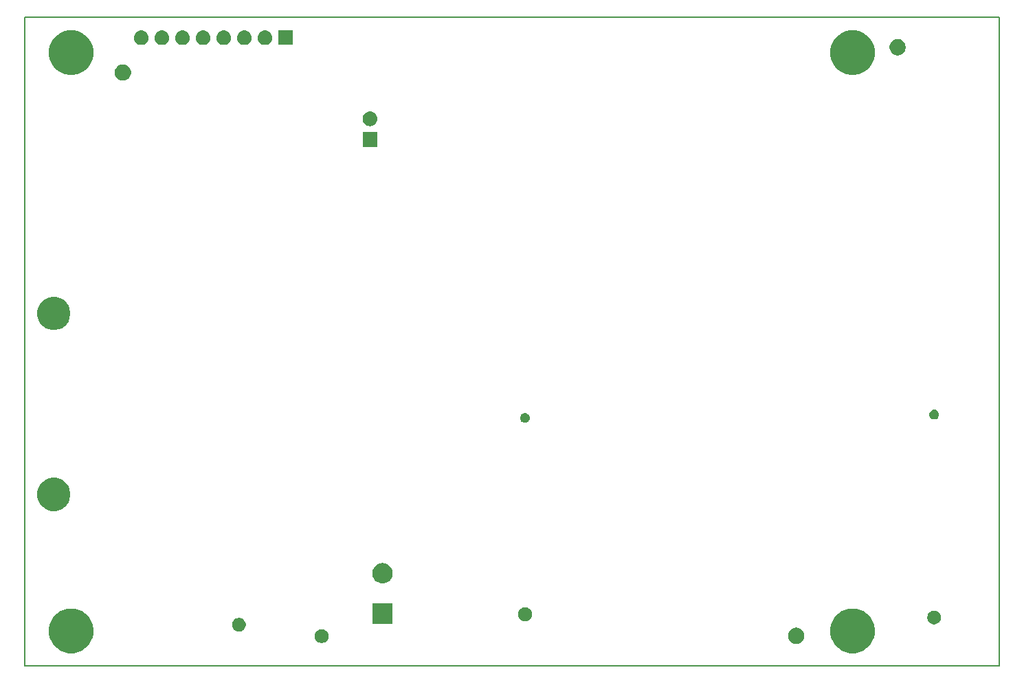
<source format=gbs>
G04 #@! TF.GenerationSoftware,KiCad,Pcbnew,5.0.1-33cea8e~68~ubuntu16.04.1*
G04 #@! TF.CreationDate,2018-11-15T13:10:25-03:00*
G04 #@! TF.ProjectId,TrackerAVL,547261636B657241564C2E6B69636164,1.1*
G04 #@! TF.SameCoordinates,Original*
G04 #@! TF.FileFunction,Soldermask,Bot*
G04 #@! TF.FilePolarity,Negative*
%FSLAX46Y46*%
G04 Gerber Fmt 4.6, Leading zero omitted, Abs format (unit mm)*
G04 Created by KiCad (PCBNEW 5.0.1-33cea8e~68~ubuntu16.04.1) date jue 15 nov 2018 13:10:25 -03*
%MOMM*%
%LPD*%
G01*
G04 APERTURE LIST*
%ADD10C,0.150000*%
%ADD11C,0.100000*%
G04 APERTURE END LIST*
D10*
X154750000Y-126750000D02*
X154750000Y-46750000D01*
X34750000Y-126750000D02*
X154750000Y-126750000D01*
X34750000Y-46750000D02*
X34750000Y-126750000D01*
X34750000Y-46750000D02*
X154750000Y-46750000D01*
D11*
G36*
X40921969Y-119688985D02*
X41252437Y-119754719D01*
X41753087Y-119962095D01*
X42120389Y-120207519D01*
X42203663Y-120263161D01*
X42586839Y-120646337D01*
X42586841Y-120646340D01*
X42887905Y-121096913D01*
X43095281Y-121597563D01*
X43122383Y-121733816D01*
X43201000Y-122129049D01*
X43201000Y-122670951D01*
X43193568Y-122708314D01*
X43095281Y-123202437D01*
X42887905Y-123703087D01*
X42588871Y-124150622D01*
X42586839Y-124153663D01*
X42203663Y-124536839D01*
X42203660Y-124536841D01*
X41753087Y-124837905D01*
X41252437Y-125045281D01*
X40986693Y-125098141D01*
X40720951Y-125151000D01*
X40179049Y-125151000D01*
X39913307Y-125098141D01*
X39647563Y-125045281D01*
X39146913Y-124837905D01*
X38696340Y-124536841D01*
X38696337Y-124536839D01*
X38313161Y-124153663D01*
X38311129Y-124150622D01*
X38012095Y-123703087D01*
X37804719Y-123202437D01*
X37706432Y-122708314D01*
X37699000Y-122670951D01*
X37699000Y-122129049D01*
X37777617Y-121733816D01*
X37804719Y-121597563D01*
X38012095Y-121096913D01*
X38313159Y-120646340D01*
X38313161Y-120646337D01*
X38696337Y-120263161D01*
X38779611Y-120207519D01*
X39146913Y-119962095D01*
X39647563Y-119754719D01*
X39978031Y-119688985D01*
X40179049Y-119649000D01*
X40720951Y-119649000D01*
X40921969Y-119688985D01*
X40921969Y-119688985D01*
G37*
G36*
X137171969Y-119688985D02*
X137502437Y-119754719D01*
X138003087Y-119962095D01*
X138370389Y-120207519D01*
X138453663Y-120263161D01*
X138836839Y-120646337D01*
X138836841Y-120646340D01*
X139137905Y-121096913D01*
X139345281Y-121597563D01*
X139372383Y-121733816D01*
X139451000Y-122129049D01*
X139451000Y-122670951D01*
X139443568Y-122708314D01*
X139345281Y-123202437D01*
X139137905Y-123703087D01*
X138838871Y-124150622D01*
X138836839Y-124153663D01*
X138453663Y-124536839D01*
X138453660Y-124536841D01*
X138003087Y-124837905D01*
X137502437Y-125045281D01*
X137236693Y-125098141D01*
X136970951Y-125151000D01*
X136429049Y-125151000D01*
X136163307Y-125098141D01*
X135897563Y-125045281D01*
X135396913Y-124837905D01*
X134946340Y-124536841D01*
X134946337Y-124536839D01*
X134563161Y-124153663D01*
X134561129Y-124150622D01*
X134262095Y-123703087D01*
X134054719Y-123202437D01*
X133956432Y-122708314D01*
X133949000Y-122670951D01*
X133949000Y-122129049D01*
X134027617Y-121733816D01*
X134054719Y-121597563D01*
X134262095Y-121096913D01*
X134563159Y-120646340D01*
X134563161Y-120646337D01*
X134946337Y-120263161D01*
X135029611Y-120207519D01*
X135396913Y-119962095D01*
X135897563Y-119754719D01*
X136228031Y-119688985D01*
X136429049Y-119649000D01*
X136970951Y-119649000D01*
X137171969Y-119688985D01*
X137171969Y-119688985D01*
G37*
G36*
X129925770Y-122015372D02*
X130041689Y-122038429D01*
X130223678Y-122113811D01*
X130387463Y-122223249D01*
X130526751Y-122362537D01*
X130636189Y-122526322D01*
X130711571Y-122708311D01*
X130750000Y-122901509D01*
X130750000Y-123098491D01*
X130711571Y-123291689D01*
X130636189Y-123473678D01*
X130526751Y-123637463D01*
X130387463Y-123776751D01*
X130223678Y-123886189D01*
X130041689Y-123961571D01*
X129925770Y-123984628D01*
X129848493Y-124000000D01*
X129651507Y-124000000D01*
X129574230Y-123984628D01*
X129458311Y-123961571D01*
X129276322Y-123886189D01*
X129112537Y-123776751D01*
X128973249Y-123637463D01*
X128863811Y-123473678D01*
X128788429Y-123291689D01*
X128750000Y-123098491D01*
X128750000Y-122901509D01*
X128788429Y-122708311D01*
X128863811Y-122526322D01*
X128973249Y-122362537D01*
X129112537Y-122223249D01*
X129276322Y-122113811D01*
X129458311Y-122038429D01*
X129574230Y-122015372D01*
X129651507Y-122000000D01*
X129848493Y-122000000D01*
X129925770Y-122015372D01*
X129925770Y-122015372D01*
G37*
G36*
X71548228Y-122231703D02*
X71703100Y-122295853D01*
X71842481Y-122388985D01*
X71961015Y-122507519D01*
X72054147Y-122646900D01*
X72118297Y-122801772D01*
X72151000Y-122966184D01*
X72151000Y-123133816D01*
X72118297Y-123298228D01*
X72054147Y-123453100D01*
X71961015Y-123592481D01*
X71842481Y-123711015D01*
X71703100Y-123804147D01*
X71548228Y-123868297D01*
X71383816Y-123901000D01*
X71216184Y-123901000D01*
X71051772Y-123868297D01*
X70896900Y-123804147D01*
X70757519Y-123711015D01*
X70638985Y-123592481D01*
X70545853Y-123453100D01*
X70481703Y-123298228D01*
X70449000Y-123133816D01*
X70449000Y-122966184D01*
X70481703Y-122801772D01*
X70545853Y-122646900D01*
X70638985Y-122507519D01*
X70757519Y-122388985D01*
X70896900Y-122295853D01*
X71051772Y-122231703D01*
X71216184Y-122199000D01*
X71383816Y-122199000D01*
X71548228Y-122231703D01*
X71548228Y-122231703D01*
G37*
G36*
X61348228Y-120831703D02*
X61503100Y-120895853D01*
X61642481Y-120988985D01*
X61761015Y-121107519D01*
X61854147Y-121246900D01*
X61918297Y-121401772D01*
X61951000Y-121566184D01*
X61951000Y-121733816D01*
X61918297Y-121898228D01*
X61854147Y-122053100D01*
X61761015Y-122192481D01*
X61642481Y-122311015D01*
X61503100Y-122404147D01*
X61348228Y-122468297D01*
X61183816Y-122501000D01*
X61016184Y-122501000D01*
X60851772Y-122468297D01*
X60696900Y-122404147D01*
X60557519Y-122311015D01*
X60438985Y-122192481D01*
X60345853Y-122053100D01*
X60281703Y-121898228D01*
X60249000Y-121733816D01*
X60249000Y-121566184D01*
X60281703Y-121401772D01*
X60345853Y-121246900D01*
X60438985Y-121107519D01*
X60557519Y-120988985D01*
X60696900Y-120895853D01*
X60851772Y-120831703D01*
X61016184Y-120799000D01*
X61183816Y-120799000D01*
X61348228Y-120831703D01*
X61348228Y-120831703D01*
G37*
G36*
X146998228Y-119931703D02*
X147153100Y-119995853D01*
X147292481Y-120088985D01*
X147411015Y-120207519D01*
X147504147Y-120346900D01*
X147568297Y-120501772D01*
X147601000Y-120666184D01*
X147601000Y-120833816D01*
X147568297Y-120998228D01*
X147504147Y-121153100D01*
X147411015Y-121292481D01*
X147292481Y-121411015D01*
X147153100Y-121504147D01*
X146998228Y-121568297D01*
X146833816Y-121601000D01*
X146666184Y-121601000D01*
X146501772Y-121568297D01*
X146346900Y-121504147D01*
X146207519Y-121411015D01*
X146088985Y-121292481D01*
X145995853Y-121153100D01*
X145931703Y-120998228D01*
X145899000Y-120833816D01*
X145899000Y-120666184D01*
X145931703Y-120501772D01*
X145995853Y-120346900D01*
X146088985Y-120207519D01*
X146207519Y-120088985D01*
X146346900Y-119995853D01*
X146501772Y-119931703D01*
X146666184Y-119899000D01*
X146833816Y-119899000D01*
X146998228Y-119931703D01*
X146998228Y-119931703D01*
G37*
G36*
X80051000Y-121551000D02*
X77549000Y-121551000D01*
X77549000Y-119049000D01*
X80051000Y-119049000D01*
X80051000Y-121551000D01*
X80051000Y-121551000D01*
G37*
G36*
X96598228Y-119531703D02*
X96753100Y-119595853D01*
X96892481Y-119688985D01*
X97011015Y-119807519D01*
X97104147Y-119946900D01*
X97168297Y-120101772D01*
X97201000Y-120266184D01*
X97201000Y-120433816D01*
X97168297Y-120598228D01*
X97104147Y-120753100D01*
X97011015Y-120892481D01*
X96892481Y-121011015D01*
X96753100Y-121104147D01*
X96598228Y-121168297D01*
X96433816Y-121201000D01*
X96266184Y-121201000D01*
X96101772Y-121168297D01*
X95946900Y-121104147D01*
X95807519Y-121011015D01*
X95688985Y-120892481D01*
X95595853Y-120753100D01*
X95531703Y-120598228D01*
X95499000Y-120433816D01*
X95499000Y-120266184D01*
X95531703Y-120101772D01*
X95595853Y-119946900D01*
X95688985Y-119807519D01*
X95807519Y-119688985D01*
X95946900Y-119595853D01*
X96101772Y-119531703D01*
X96266184Y-119499000D01*
X96433816Y-119499000D01*
X96598228Y-119531703D01*
X96598228Y-119531703D01*
G37*
G36*
X78983636Y-114061019D02*
X79164903Y-114097075D01*
X79392571Y-114191378D01*
X79596542Y-114327668D01*
X79597469Y-114328287D01*
X79771713Y-114502531D01*
X79771715Y-114502534D01*
X79908622Y-114707429D01*
X80002925Y-114935097D01*
X80051000Y-115176787D01*
X80051000Y-115423213D01*
X80002925Y-115664903D01*
X79908622Y-115892571D01*
X79772332Y-116096542D01*
X79771713Y-116097469D01*
X79597469Y-116271713D01*
X79597466Y-116271715D01*
X79392571Y-116408622D01*
X79164903Y-116502925D01*
X78983635Y-116538981D01*
X78923214Y-116551000D01*
X78676786Y-116551000D01*
X78616365Y-116538981D01*
X78435097Y-116502925D01*
X78207429Y-116408622D01*
X78002534Y-116271715D01*
X78002531Y-116271713D01*
X77828287Y-116097469D01*
X77827668Y-116096542D01*
X77691378Y-115892571D01*
X77597075Y-115664903D01*
X77549000Y-115423213D01*
X77549000Y-115176787D01*
X77597075Y-114935097D01*
X77691378Y-114707429D01*
X77828285Y-114502534D01*
X77828287Y-114502531D01*
X78002531Y-114328287D01*
X78003458Y-114327668D01*
X78207429Y-114191378D01*
X78435097Y-114097075D01*
X78616364Y-114061019D01*
X78676786Y-114049000D01*
X78923214Y-114049000D01*
X78983636Y-114061019D01*
X78983636Y-114061019D01*
G37*
G36*
X38883252Y-103612818D02*
X38883254Y-103612819D01*
X38883255Y-103612819D01*
X39256513Y-103767427D01*
X39256514Y-103767428D01*
X39592439Y-103991886D01*
X39878114Y-104277561D01*
X39878116Y-104277564D01*
X40102573Y-104613487D01*
X40257181Y-104986745D01*
X40336000Y-105382994D01*
X40336000Y-105787006D01*
X40257181Y-106183255D01*
X40102573Y-106556513D01*
X40102572Y-106556514D01*
X39878114Y-106892439D01*
X39592439Y-107178114D01*
X39592436Y-107178116D01*
X39256513Y-107402573D01*
X38883255Y-107557181D01*
X38883254Y-107557181D01*
X38883252Y-107557182D01*
X38487007Y-107636000D01*
X38082993Y-107636000D01*
X37686748Y-107557182D01*
X37686746Y-107557181D01*
X37686745Y-107557181D01*
X37313487Y-107402573D01*
X36977564Y-107178116D01*
X36977561Y-107178114D01*
X36691886Y-106892439D01*
X36467428Y-106556514D01*
X36467427Y-106556513D01*
X36312819Y-106183255D01*
X36234000Y-105787006D01*
X36234000Y-105382994D01*
X36312819Y-104986745D01*
X36467427Y-104613487D01*
X36691884Y-104277564D01*
X36691886Y-104277561D01*
X36977561Y-103991886D01*
X37313486Y-103767428D01*
X37313487Y-103767427D01*
X37686745Y-103612819D01*
X37686746Y-103612819D01*
X37686748Y-103612818D01*
X38082993Y-103534000D01*
X38487007Y-103534000D01*
X38883252Y-103612818D01*
X38883252Y-103612818D01*
G37*
G36*
X96525305Y-95572096D02*
X96634680Y-95617400D01*
X96733118Y-95683175D01*
X96816825Y-95766882D01*
X96882600Y-95865320D01*
X96927904Y-95974695D01*
X96951000Y-96090806D01*
X96951000Y-96209194D01*
X96927904Y-96325305D01*
X96882600Y-96434680D01*
X96816825Y-96533118D01*
X96733118Y-96616825D01*
X96634680Y-96682600D01*
X96525305Y-96727904D01*
X96409194Y-96751000D01*
X96290806Y-96751000D01*
X96174695Y-96727904D01*
X96065320Y-96682600D01*
X95966882Y-96616825D01*
X95883175Y-96533118D01*
X95817400Y-96434680D01*
X95772096Y-96325305D01*
X95749000Y-96209194D01*
X95749000Y-96090806D01*
X95772096Y-95974695D01*
X95817400Y-95865320D01*
X95883175Y-95766882D01*
X95966882Y-95683175D01*
X96065320Y-95617400D01*
X96174695Y-95572096D01*
X96290806Y-95549000D01*
X96409194Y-95549000D01*
X96525305Y-95572096D01*
X96525305Y-95572096D01*
G37*
G36*
X146925305Y-95172096D02*
X147034680Y-95217400D01*
X147133118Y-95283175D01*
X147216825Y-95366882D01*
X147282600Y-95465320D01*
X147327904Y-95574695D01*
X147351000Y-95690806D01*
X147351000Y-95809194D01*
X147327904Y-95925305D01*
X147282600Y-96034680D01*
X147216825Y-96133118D01*
X147133118Y-96216825D01*
X147034680Y-96282600D01*
X146925305Y-96327904D01*
X146809194Y-96351000D01*
X146690806Y-96351000D01*
X146574695Y-96327904D01*
X146465320Y-96282600D01*
X146366882Y-96216825D01*
X146283175Y-96133118D01*
X146217400Y-96034680D01*
X146172096Y-95925305D01*
X146149000Y-95809194D01*
X146149000Y-95690806D01*
X146172096Y-95574695D01*
X146217400Y-95465320D01*
X146283175Y-95366882D01*
X146366882Y-95283175D01*
X146465320Y-95217400D01*
X146574695Y-95172096D01*
X146690806Y-95149000D01*
X146809194Y-95149000D01*
X146925305Y-95172096D01*
X146925305Y-95172096D01*
G37*
G36*
X38883252Y-81312818D02*
X38883254Y-81312819D01*
X38883255Y-81312819D01*
X39256513Y-81467427D01*
X39256514Y-81467428D01*
X39592439Y-81691886D01*
X39878114Y-81977561D01*
X39878116Y-81977564D01*
X40102573Y-82313487D01*
X40257181Y-82686745D01*
X40336000Y-83082994D01*
X40336000Y-83487006D01*
X40257181Y-83883255D01*
X40102573Y-84256513D01*
X40102572Y-84256514D01*
X39878114Y-84592439D01*
X39592439Y-84878114D01*
X39592436Y-84878116D01*
X39256513Y-85102573D01*
X38883255Y-85257181D01*
X38883254Y-85257181D01*
X38883252Y-85257182D01*
X38487007Y-85336000D01*
X38082993Y-85336000D01*
X37686748Y-85257182D01*
X37686746Y-85257181D01*
X37686745Y-85257181D01*
X37313487Y-85102573D01*
X36977564Y-84878116D01*
X36977561Y-84878114D01*
X36691886Y-84592439D01*
X36467428Y-84256514D01*
X36467427Y-84256513D01*
X36312819Y-83883255D01*
X36234000Y-83487006D01*
X36234000Y-83082994D01*
X36312819Y-82686745D01*
X36467427Y-82313487D01*
X36691884Y-81977564D01*
X36691886Y-81977561D01*
X36977561Y-81691886D01*
X37313486Y-81467428D01*
X37313487Y-81467427D01*
X37686745Y-81312819D01*
X37686746Y-81312819D01*
X37686748Y-81312818D01*
X38082993Y-81234000D01*
X38487007Y-81234000D01*
X38883252Y-81312818D01*
X38883252Y-81312818D01*
G37*
G36*
X78151000Y-62751000D02*
X76349000Y-62751000D01*
X76349000Y-60949000D01*
X78151000Y-60949000D01*
X78151000Y-62751000D01*
X78151000Y-62751000D01*
G37*
G36*
X77360443Y-58415519D02*
X77426627Y-58422037D01*
X77539853Y-58456384D01*
X77596467Y-58473557D01*
X77735087Y-58547652D01*
X77752991Y-58557222D01*
X77788729Y-58586552D01*
X77890186Y-58669814D01*
X77973448Y-58771271D01*
X78002778Y-58807009D01*
X78002779Y-58807011D01*
X78086443Y-58963533D01*
X78086443Y-58963534D01*
X78137963Y-59133373D01*
X78155359Y-59310000D01*
X78137963Y-59486627D01*
X78103616Y-59599853D01*
X78086443Y-59656467D01*
X78012348Y-59795087D01*
X78002778Y-59812991D01*
X77973448Y-59848729D01*
X77890186Y-59950186D01*
X77788729Y-60033448D01*
X77752991Y-60062778D01*
X77752989Y-60062779D01*
X77596467Y-60146443D01*
X77539853Y-60163616D01*
X77426627Y-60197963D01*
X77360442Y-60204482D01*
X77294260Y-60211000D01*
X77205740Y-60211000D01*
X77139558Y-60204482D01*
X77073373Y-60197963D01*
X76960147Y-60163616D01*
X76903533Y-60146443D01*
X76747011Y-60062779D01*
X76747009Y-60062778D01*
X76711271Y-60033448D01*
X76609814Y-59950186D01*
X76526552Y-59848729D01*
X76497222Y-59812991D01*
X76487652Y-59795087D01*
X76413557Y-59656467D01*
X76396384Y-59599853D01*
X76362037Y-59486627D01*
X76344641Y-59310000D01*
X76362037Y-59133373D01*
X76413557Y-58963534D01*
X76413557Y-58963533D01*
X76497221Y-58807011D01*
X76497222Y-58807009D01*
X76526552Y-58771271D01*
X76609814Y-58669814D01*
X76711271Y-58586552D01*
X76747009Y-58557222D01*
X76764913Y-58547652D01*
X76903533Y-58473557D01*
X76960147Y-58456384D01*
X77073373Y-58422037D01*
X77139557Y-58415519D01*
X77205740Y-58409000D01*
X77294260Y-58409000D01*
X77360443Y-58415519D01*
X77360443Y-58415519D01*
G37*
G36*
X46975770Y-52615372D02*
X47091689Y-52638429D01*
X47273678Y-52713811D01*
X47437463Y-52823249D01*
X47576751Y-52962537D01*
X47686189Y-53126322D01*
X47761571Y-53308311D01*
X47800000Y-53501509D01*
X47800000Y-53698491D01*
X47761571Y-53891689D01*
X47686189Y-54073678D01*
X47576751Y-54237463D01*
X47437463Y-54376751D01*
X47273678Y-54486189D01*
X47091689Y-54561571D01*
X46975770Y-54584628D01*
X46898493Y-54600000D01*
X46701507Y-54600000D01*
X46624230Y-54584628D01*
X46508311Y-54561571D01*
X46326322Y-54486189D01*
X46162537Y-54376751D01*
X46023249Y-54237463D01*
X45913811Y-54073678D01*
X45838429Y-53891689D01*
X45800000Y-53698491D01*
X45800000Y-53501509D01*
X45838429Y-53308311D01*
X45913811Y-53126322D01*
X46023249Y-52962537D01*
X46162537Y-52823249D01*
X46326322Y-52713811D01*
X46508311Y-52638429D01*
X46624230Y-52615372D01*
X46701507Y-52600000D01*
X46898493Y-52600000D01*
X46975770Y-52615372D01*
X46975770Y-52615372D01*
G37*
G36*
X137036492Y-48412037D02*
X137502437Y-48504719D01*
X138003087Y-48712095D01*
X138364425Y-48953534D01*
X138453663Y-49013161D01*
X138836839Y-49396337D01*
X138836841Y-49396340D01*
X139137905Y-49846913D01*
X139345281Y-50347563D01*
X139451000Y-50879050D01*
X139451000Y-51420950D01*
X139345281Y-51952437D01*
X139137905Y-52453087D01*
X139014063Y-52638429D01*
X138836839Y-52903663D01*
X138453663Y-53286839D01*
X138453660Y-53286841D01*
X138003087Y-53587905D01*
X137502437Y-53795281D01*
X137236693Y-53848141D01*
X136970951Y-53901000D01*
X136429049Y-53901000D01*
X136163307Y-53848141D01*
X135897563Y-53795281D01*
X135396913Y-53587905D01*
X134946340Y-53286841D01*
X134946337Y-53286839D01*
X134563161Y-52903663D01*
X134385937Y-52638429D01*
X134262095Y-52453087D01*
X134054719Y-51952437D01*
X133949000Y-51420950D01*
X133949000Y-50879050D01*
X134054719Y-50347563D01*
X134262095Y-49846913D01*
X134563159Y-49396340D01*
X134563161Y-49396337D01*
X134946337Y-49013161D01*
X135035575Y-48953534D01*
X135396913Y-48712095D01*
X135897563Y-48504719D01*
X136363508Y-48412037D01*
X136429049Y-48399000D01*
X136970951Y-48399000D01*
X137036492Y-48412037D01*
X137036492Y-48412037D01*
G37*
G36*
X40786492Y-48412037D02*
X41252437Y-48504719D01*
X41753087Y-48712095D01*
X42114425Y-48953534D01*
X42203663Y-49013161D01*
X42586839Y-49396337D01*
X42586841Y-49396340D01*
X42887905Y-49846913D01*
X43095281Y-50347563D01*
X43201000Y-50879050D01*
X43201000Y-51420950D01*
X43095281Y-51952437D01*
X42887905Y-52453087D01*
X42764063Y-52638429D01*
X42586839Y-52903663D01*
X42203663Y-53286839D01*
X42203660Y-53286841D01*
X41753087Y-53587905D01*
X41252437Y-53795281D01*
X40986693Y-53848141D01*
X40720951Y-53901000D01*
X40179049Y-53901000D01*
X39913307Y-53848141D01*
X39647563Y-53795281D01*
X39146913Y-53587905D01*
X38696340Y-53286841D01*
X38696337Y-53286839D01*
X38313161Y-52903663D01*
X38135937Y-52638429D01*
X38012095Y-52453087D01*
X37804719Y-51952437D01*
X37699000Y-51420950D01*
X37699000Y-50879050D01*
X37804719Y-50347563D01*
X38012095Y-49846913D01*
X38313159Y-49396340D01*
X38313161Y-49396337D01*
X38696337Y-49013161D01*
X38785575Y-48953534D01*
X39146913Y-48712095D01*
X39647563Y-48504719D01*
X40113508Y-48412037D01*
X40179049Y-48399000D01*
X40720951Y-48399000D01*
X40786492Y-48412037D01*
X40786492Y-48412037D01*
G37*
G36*
X142425770Y-49515372D02*
X142541689Y-49538429D01*
X142723678Y-49613811D01*
X142887463Y-49723249D01*
X143026751Y-49862537D01*
X143136189Y-50026322D01*
X143211571Y-50208311D01*
X143250000Y-50401509D01*
X143250000Y-50598491D01*
X143211571Y-50791689D01*
X143136189Y-50973678D01*
X143026751Y-51137463D01*
X142887463Y-51276751D01*
X142723678Y-51386189D01*
X142541689Y-51461571D01*
X142425770Y-51484628D01*
X142348493Y-51500000D01*
X142151507Y-51500000D01*
X142074230Y-51484628D01*
X141958311Y-51461571D01*
X141776322Y-51386189D01*
X141612537Y-51276751D01*
X141473249Y-51137463D01*
X141363811Y-50973678D01*
X141288429Y-50791689D01*
X141250000Y-50598491D01*
X141250000Y-50401509D01*
X141288429Y-50208311D01*
X141363811Y-50026322D01*
X141473249Y-49862537D01*
X141612537Y-49723249D01*
X141776322Y-49613811D01*
X141958311Y-49538429D01*
X142074230Y-49515372D01*
X142151507Y-49500000D01*
X142348493Y-49500000D01*
X142425770Y-49515372D01*
X142425770Y-49515372D01*
G37*
G36*
X54260443Y-48405519D02*
X54326627Y-48412037D01*
X54439853Y-48446384D01*
X54496467Y-48463557D01*
X54635087Y-48537652D01*
X54652991Y-48547222D01*
X54688729Y-48576552D01*
X54790186Y-48659814D01*
X54873448Y-48761271D01*
X54902778Y-48797009D01*
X54902779Y-48797011D01*
X54986443Y-48953533D01*
X54986443Y-48953534D01*
X55037963Y-49123373D01*
X55055359Y-49300000D01*
X55037963Y-49476627D01*
X55003616Y-49589853D01*
X54986443Y-49646467D01*
X54945399Y-49723253D01*
X54902778Y-49802991D01*
X54873448Y-49838729D01*
X54790186Y-49940186D01*
X54688729Y-50023448D01*
X54652991Y-50052778D01*
X54652989Y-50052779D01*
X54496467Y-50136443D01*
X54439853Y-50153616D01*
X54326627Y-50187963D01*
X54260442Y-50194482D01*
X54194260Y-50201000D01*
X54105740Y-50201000D01*
X54039558Y-50194482D01*
X53973373Y-50187963D01*
X53860147Y-50153616D01*
X53803533Y-50136443D01*
X53647011Y-50052779D01*
X53647009Y-50052778D01*
X53611271Y-50023448D01*
X53509814Y-49940186D01*
X53426552Y-49838729D01*
X53397222Y-49802991D01*
X53354601Y-49723253D01*
X53313557Y-49646467D01*
X53296384Y-49589853D01*
X53262037Y-49476627D01*
X53244641Y-49300000D01*
X53262037Y-49123373D01*
X53313557Y-48953534D01*
X53313557Y-48953533D01*
X53397221Y-48797011D01*
X53397222Y-48797009D01*
X53426552Y-48761271D01*
X53509814Y-48659814D01*
X53611271Y-48576552D01*
X53647009Y-48547222D01*
X53664913Y-48537652D01*
X53803533Y-48463557D01*
X53860147Y-48446384D01*
X53973373Y-48412037D01*
X54039557Y-48405519D01*
X54105740Y-48399000D01*
X54194260Y-48399000D01*
X54260443Y-48405519D01*
X54260443Y-48405519D01*
G37*
G36*
X67751000Y-50201000D02*
X65949000Y-50201000D01*
X65949000Y-48399000D01*
X67751000Y-48399000D01*
X67751000Y-50201000D01*
X67751000Y-50201000D01*
G37*
G36*
X64420443Y-48405519D02*
X64486627Y-48412037D01*
X64599853Y-48446384D01*
X64656467Y-48463557D01*
X64795087Y-48537652D01*
X64812991Y-48547222D01*
X64848729Y-48576552D01*
X64950186Y-48659814D01*
X65033448Y-48761271D01*
X65062778Y-48797009D01*
X65062779Y-48797011D01*
X65146443Y-48953533D01*
X65146443Y-48953534D01*
X65197963Y-49123373D01*
X65215359Y-49300000D01*
X65197963Y-49476627D01*
X65163616Y-49589853D01*
X65146443Y-49646467D01*
X65105399Y-49723253D01*
X65062778Y-49802991D01*
X65033448Y-49838729D01*
X64950186Y-49940186D01*
X64848729Y-50023448D01*
X64812991Y-50052778D01*
X64812989Y-50052779D01*
X64656467Y-50136443D01*
X64599853Y-50153616D01*
X64486627Y-50187963D01*
X64420442Y-50194482D01*
X64354260Y-50201000D01*
X64265740Y-50201000D01*
X64199558Y-50194482D01*
X64133373Y-50187963D01*
X64020147Y-50153616D01*
X63963533Y-50136443D01*
X63807011Y-50052779D01*
X63807009Y-50052778D01*
X63771271Y-50023448D01*
X63669814Y-49940186D01*
X63586552Y-49838729D01*
X63557222Y-49802991D01*
X63514601Y-49723253D01*
X63473557Y-49646467D01*
X63456384Y-49589853D01*
X63422037Y-49476627D01*
X63404641Y-49300000D01*
X63422037Y-49123373D01*
X63473557Y-48953534D01*
X63473557Y-48953533D01*
X63557221Y-48797011D01*
X63557222Y-48797009D01*
X63586552Y-48761271D01*
X63669814Y-48659814D01*
X63771271Y-48576552D01*
X63807009Y-48547222D01*
X63824913Y-48537652D01*
X63963533Y-48463557D01*
X64020147Y-48446384D01*
X64133373Y-48412037D01*
X64199557Y-48405519D01*
X64265740Y-48399000D01*
X64354260Y-48399000D01*
X64420443Y-48405519D01*
X64420443Y-48405519D01*
G37*
G36*
X61880443Y-48405519D02*
X61946627Y-48412037D01*
X62059853Y-48446384D01*
X62116467Y-48463557D01*
X62255087Y-48537652D01*
X62272991Y-48547222D01*
X62308729Y-48576552D01*
X62410186Y-48659814D01*
X62493448Y-48761271D01*
X62522778Y-48797009D01*
X62522779Y-48797011D01*
X62606443Y-48953533D01*
X62606443Y-48953534D01*
X62657963Y-49123373D01*
X62675359Y-49300000D01*
X62657963Y-49476627D01*
X62623616Y-49589853D01*
X62606443Y-49646467D01*
X62565399Y-49723253D01*
X62522778Y-49802991D01*
X62493448Y-49838729D01*
X62410186Y-49940186D01*
X62308729Y-50023448D01*
X62272991Y-50052778D01*
X62272989Y-50052779D01*
X62116467Y-50136443D01*
X62059853Y-50153616D01*
X61946627Y-50187963D01*
X61880442Y-50194482D01*
X61814260Y-50201000D01*
X61725740Y-50201000D01*
X61659558Y-50194482D01*
X61593373Y-50187963D01*
X61480147Y-50153616D01*
X61423533Y-50136443D01*
X61267011Y-50052779D01*
X61267009Y-50052778D01*
X61231271Y-50023448D01*
X61129814Y-49940186D01*
X61046552Y-49838729D01*
X61017222Y-49802991D01*
X60974601Y-49723253D01*
X60933557Y-49646467D01*
X60916384Y-49589853D01*
X60882037Y-49476627D01*
X60864641Y-49300000D01*
X60882037Y-49123373D01*
X60933557Y-48953534D01*
X60933557Y-48953533D01*
X61017221Y-48797011D01*
X61017222Y-48797009D01*
X61046552Y-48761271D01*
X61129814Y-48659814D01*
X61231271Y-48576552D01*
X61267009Y-48547222D01*
X61284913Y-48537652D01*
X61423533Y-48463557D01*
X61480147Y-48446384D01*
X61593373Y-48412037D01*
X61659557Y-48405519D01*
X61725740Y-48399000D01*
X61814260Y-48399000D01*
X61880443Y-48405519D01*
X61880443Y-48405519D01*
G37*
G36*
X59340443Y-48405519D02*
X59406627Y-48412037D01*
X59519853Y-48446384D01*
X59576467Y-48463557D01*
X59715087Y-48537652D01*
X59732991Y-48547222D01*
X59768729Y-48576552D01*
X59870186Y-48659814D01*
X59953448Y-48761271D01*
X59982778Y-48797009D01*
X59982779Y-48797011D01*
X60066443Y-48953533D01*
X60066443Y-48953534D01*
X60117963Y-49123373D01*
X60135359Y-49300000D01*
X60117963Y-49476627D01*
X60083616Y-49589853D01*
X60066443Y-49646467D01*
X60025399Y-49723253D01*
X59982778Y-49802991D01*
X59953448Y-49838729D01*
X59870186Y-49940186D01*
X59768729Y-50023448D01*
X59732991Y-50052778D01*
X59732989Y-50052779D01*
X59576467Y-50136443D01*
X59519853Y-50153616D01*
X59406627Y-50187963D01*
X59340442Y-50194482D01*
X59274260Y-50201000D01*
X59185740Y-50201000D01*
X59119558Y-50194482D01*
X59053373Y-50187963D01*
X58940147Y-50153616D01*
X58883533Y-50136443D01*
X58727011Y-50052779D01*
X58727009Y-50052778D01*
X58691271Y-50023448D01*
X58589814Y-49940186D01*
X58506552Y-49838729D01*
X58477222Y-49802991D01*
X58434601Y-49723253D01*
X58393557Y-49646467D01*
X58376384Y-49589853D01*
X58342037Y-49476627D01*
X58324641Y-49300000D01*
X58342037Y-49123373D01*
X58393557Y-48953534D01*
X58393557Y-48953533D01*
X58477221Y-48797011D01*
X58477222Y-48797009D01*
X58506552Y-48761271D01*
X58589814Y-48659814D01*
X58691271Y-48576552D01*
X58727009Y-48547222D01*
X58744913Y-48537652D01*
X58883533Y-48463557D01*
X58940147Y-48446384D01*
X59053373Y-48412037D01*
X59119557Y-48405519D01*
X59185740Y-48399000D01*
X59274260Y-48399000D01*
X59340443Y-48405519D01*
X59340443Y-48405519D01*
G37*
G36*
X56800443Y-48405519D02*
X56866627Y-48412037D01*
X56979853Y-48446384D01*
X57036467Y-48463557D01*
X57175087Y-48537652D01*
X57192991Y-48547222D01*
X57228729Y-48576552D01*
X57330186Y-48659814D01*
X57413448Y-48761271D01*
X57442778Y-48797009D01*
X57442779Y-48797011D01*
X57526443Y-48953533D01*
X57526443Y-48953534D01*
X57577963Y-49123373D01*
X57595359Y-49300000D01*
X57577963Y-49476627D01*
X57543616Y-49589853D01*
X57526443Y-49646467D01*
X57485399Y-49723253D01*
X57442778Y-49802991D01*
X57413448Y-49838729D01*
X57330186Y-49940186D01*
X57228729Y-50023448D01*
X57192991Y-50052778D01*
X57192989Y-50052779D01*
X57036467Y-50136443D01*
X56979853Y-50153616D01*
X56866627Y-50187963D01*
X56800442Y-50194482D01*
X56734260Y-50201000D01*
X56645740Y-50201000D01*
X56579558Y-50194482D01*
X56513373Y-50187963D01*
X56400147Y-50153616D01*
X56343533Y-50136443D01*
X56187011Y-50052779D01*
X56187009Y-50052778D01*
X56151271Y-50023448D01*
X56049814Y-49940186D01*
X55966552Y-49838729D01*
X55937222Y-49802991D01*
X55894601Y-49723253D01*
X55853557Y-49646467D01*
X55836384Y-49589853D01*
X55802037Y-49476627D01*
X55784641Y-49300000D01*
X55802037Y-49123373D01*
X55853557Y-48953534D01*
X55853557Y-48953533D01*
X55937221Y-48797011D01*
X55937222Y-48797009D01*
X55966552Y-48761271D01*
X56049814Y-48659814D01*
X56151271Y-48576552D01*
X56187009Y-48547222D01*
X56204913Y-48537652D01*
X56343533Y-48463557D01*
X56400147Y-48446384D01*
X56513373Y-48412037D01*
X56579557Y-48405519D01*
X56645740Y-48399000D01*
X56734260Y-48399000D01*
X56800443Y-48405519D01*
X56800443Y-48405519D01*
G37*
G36*
X51720443Y-48405519D02*
X51786627Y-48412037D01*
X51899853Y-48446384D01*
X51956467Y-48463557D01*
X52095087Y-48537652D01*
X52112991Y-48547222D01*
X52148729Y-48576552D01*
X52250186Y-48659814D01*
X52333448Y-48761271D01*
X52362778Y-48797009D01*
X52362779Y-48797011D01*
X52446443Y-48953533D01*
X52446443Y-48953534D01*
X52497963Y-49123373D01*
X52515359Y-49300000D01*
X52497963Y-49476627D01*
X52463616Y-49589853D01*
X52446443Y-49646467D01*
X52405399Y-49723253D01*
X52362778Y-49802991D01*
X52333448Y-49838729D01*
X52250186Y-49940186D01*
X52148729Y-50023448D01*
X52112991Y-50052778D01*
X52112989Y-50052779D01*
X51956467Y-50136443D01*
X51899853Y-50153616D01*
X51786627Y-50187963D01*
X51720442Y-50194482D01*
X51654260Y-50201000D01*
X51565740Y-50201000D01*
X51499558Y-50194482D01*
X51433373Y-50187963D01*
X51320147Y-50153616D01*
X51263533Y-50136443D01*
X51107011Y-50052779D01*
X51107009Y-50052778D01*
X51071271Y-50023448D01*
X50969814Y-49940186D01*
X50886552Y-49838729D01*
X50857222Y-49802991D01*
X50814601Y-49723253D01*
X50773557Y-49646467D01*
X50756384Y-49589853D01*
X50722037Y-49476627D01*
X50704641Y-49300000D01*
X50722037Y-49123373D01*
X50773557Y-48953534D01*
X50773557Y-48953533D01*
X50857221Y-48797011D01*
X50857222Y-48797009D01*
X50886552Y-48761271D01*
X50969814Y-48659814D01*
X51071271Y-48576552D01*
X51107009Y-48547222D01*
X51124913Y-48537652D01*
X51263533Y-48463557D01*
X51320147Y-48446384D01*
X51433373Y-48412037D01*
X51499557Y-48405519D01*
X51565740Y-48399000D01*
X51654260Y-48399000D01*
X51720443Y-48405519D01*
X51720443Y-48405519D01*
G37*
G36*
X49180443Y-48405519D02*
X49246627Y-48412037D01*
X49359853Y-48446384D01*
X49416467Y-48463557D01*
X49555087Y-48537652D01*
X49572991Y-48547222D01*
X49608729Y-48576552D01*
X49710186Y-48659814D01*
X49793448Y-48761271D01*
X49822778Y-48797009D01*
X49822779Y-48797011D01*
X49906443Y-48953533D01*
X49906443Y-48953534D01*
X49957963Y-49123373D01*
X49975359Y-49300000D01*
X49957963Y-49476627D01*
X49923616Y-49589853D01*
X49906443Y-49646467D01*
X49865399Y-49723253D01*
X49822778Y-49802991D01*
X49793448Y-49838729D01*
X49710186Y-49940186D01*
X49608729Y-50023448D01*
X49572991Y-50052778D01*
X49572989Y-50052779D01*
X49416467Y-50136443D01*
X49359853Y-50153616D01*
X49246627Y-50187963D01*
X49180442Y-50194482D01*
X49114260Y-50201000D01*
X49025740Y-50201000D01*
X48959558Y-50194482D01*
X48893373Y-50187963D01*
X48780147Y-50153616D01*
X48723533Y-50136443D01*
X48567011Y-50052779D01*
X48567009Y-50052778D01*
X48531271Y-50023448D01*
X48429814Y-49940186D01*
X48346552Y-49838729D01*
X48317222Y-49802991D01*
X48274601Y-49723253D01*
X48233557Y-49646467D01*
X48216384Y-49589853D01*
X48182037Y-49476627D01*
X48164641Y-49300000D01*
X48182037Y-49123373D01*
X48233557Y-48953534D01*
X48233557Y-48953533D01*
X48317221Y-48797011D01*
X48317222Y-48797009D01*
X48346552Y-48761271D01*
X48429814Y-48659814D01*
X48531271Y-48576552D01*
X48567009Y-48547222D01*
X48584913Y-48537652D01*
X48723533Y-48463557D01*
X48780147Y-48446384D01*
X48893373Y-48412037D01*
X48959557Y-48405519D01*
X49025740Y-48399000D01*
X49114260Y-48399000D01*
X49180443Y-48405519D01*
X49180443Y-48405519D01*
G37*
M02*

</source>
